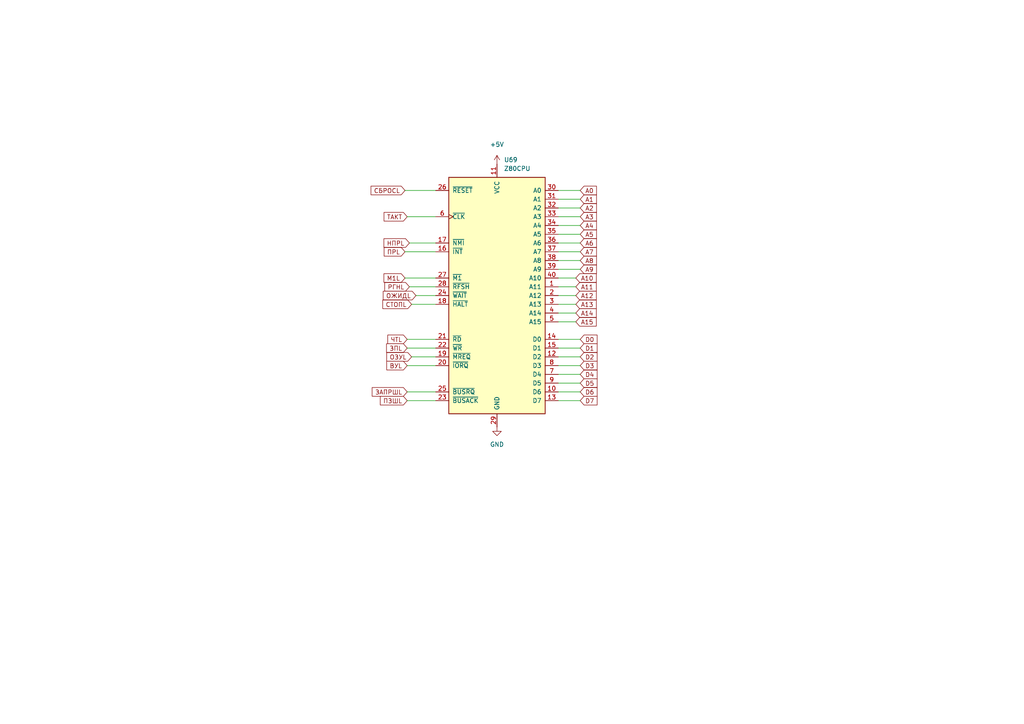
<source format=kicad_sch>
(kicad_sch (version 20230121) (generator eeschema)
  (paper "A4")
  (title_block (title "Центральный процессор") (comment 2 "Евстафьев"))
  (lib_symbols
    (symbol "Delta_s_m_Lib:Z80CPU" (pin_names (offset 1.016))
      (property "Reference" "U" (at -13.97 35.56 0))
      (property "Value" "Z80CPU" (at 6.35 35.56 0))
      (symbol "Z80CPU_0_1"
        (rectangle (start -13.97 34.29) (end 13.97 -34.29) (stroke (width 0.254)) (fill (type background)))
      )
      (symbol "Z80CPU_1_1"
        (pin output line (at 17.78 2.54 180) (length 3.81) (name "A11") (number "1"))
        (pin bidirectional line (at 17.78 -27.94 180) (length 3.81) (name "D6") (number "10"))
        (pin power_in line (at 0 38.1 270) (length 3.81) (name "VCC") (number "11"))
        (pin bidirectional line (at 17.78 -17.78 180) (length 3.81) (name "D2") (number "12"))
        (pin bidirectional line (at 17.78 -30.48 180) (length 3.81) (name "D7") (number "13"))
        (pin bidirectional line (at 17.78 -12.7 180) (length 3.81) (name "D0") (number "14"))
        (pin bidirectional line (at 17.78 -15.24 180) (length 3.81) (name "D1") (number "15"))
        (pin input line (at -17.78 12.7 0) (length 3.81) (name "~{INT}") (number "16"))
        (pin input line (at -17.78 15.24 0) (length 3.81) (name "~{NMI}") (number "17"))
        (pin output line (at -17.78 -2.54 0) (length 3.81) (name "~{HALT}") (number "18"))
        (pin output line (at -17.78 -17.78 0) (length 3.81) (name "~{MREQ}") (number "19"))
        (pin output line (at 17.78 0 180) (length 3.81) (name "A12") (number "2"))
        (pin output line (at -17.78 -20.32 0) (length 3.81) (name "~{IORQ}") (number "20"))
        (pin output line (at -17.78 -12.7 0) (length 3.81) (name "~{RD}") (number "21"))
        (pin output line (at -17.78 -15.24 0) (length 3.81) (name "~{WR}") (number "22"))
        (pin output line (at -17.78 -30.48 0) (length 3.81) (name "~{BUSACK}") (number "23"))
        (pin input line (at -17.78 0 0) (length 3.81) (name "~{WAIT}") (number "24"))
        (pin input line (at -17.78 -27.94 0) (length 3.81) (name "~{BUSRQ}") (number "25"))
        (pin input line (at -17.78 30.48 0) (length 3.81) (name "~{RESET}") (number "26"))
        (pin output line (at -17.78 5.08 0) (length 3.81) (name "~{M1}") (number "27"))
        (pin output line (at -17.78 2.54 0) (length 3.81) (name "~{RFSH}") (number "28"))
        (pin power_in line (at 0 -38.1 90) (length 3.81) (name "GND") (number "29"))
        (pin output line (at 17.78 -2.54 180) (length 3.81) (name "A13") (number "3"))
        (pin output line (at 17.78 30.48 180) (length 3.81) (name "A0") (number "30"))
        (pin output line (at 17.78 27.94 180) (length 3.81) (name "A1") (number "31"))
        (pin output line (at 17.78 25.4 180) (length 3.81) (name "A2") (number "32"))
        (pin output line (at 17.78 22.86 180) (length 3.81) (name "A3") (number "33"))
        (pin output line (at 17.78 20.32 180) (length 3.81) (name "A4") (number "34"))
        (pin output line (at 17.78 17.78 180) (length 3.81) (name "A5") (number "35"))
        (pin output line (at 17.78 15.24 180) (length 3.81) (name "A6") (number "36"))
        (pin output line (at 17.78 12.7 180) (length 3.81) (name "A7") (number "37"))
        (pin output line (at 17.78 10.16 180) (length 3.81) (name "A8") (number "38"))
        (pin output line (at 17.78 7.62 180) (length 3.81) (name "A9") (number "39"))
        (pin output line (at 17.78 -5.08 180) (length 3.81) (name "A14") (number "4"))
        (pin output line (at 17.78 5.08 180) (length 3.81) (name "A10") (number "40"))
        (pin output line (at 17.78 -7.62 180) (length 3.81) (name "A15") (number "5"))
        (pin input clock (at -17.78 22.86 0) (length 3.81) (name "~{CLK}") (number "6"))
        (pin bidirectional line (at 17.78 -22.86 180) (length 3.81) (name "D4") (number "7"))
        (pin bidirectional line (at 17.78 -20.32 180) (length 3.81) (name "D3") (number "8"))
        (pin bidirectional line (at 17.78 -25.4 180) (length 3.81) (name "D5") (number "9"))
      )
    )
    (symbol "power:+5V" (power) (pin_names (offset 0))
      (property "Value" "+5V" (at 0 3.556 0))
      (symbol "+5V_0_1"
        (polyline (pts (xy -0.762 1.27) (xy 0 2.54)))
        (polyline (pts (xy 0 0) (xy 0 2.54)))
        (polyline (pts (xy 0 2.54) (xy 0.762 1.27)))
      )
      (symbol "+5V_1_1"
        (pin power_in line (at 0 0 90) (length 0) hide (name "+5V") (number "1"))
      )
    )
    (symbol "power:GND" (power) (pin_names (offset 0))
      (property "Value" "GND" (at 0 -3.81 0))
      (symbol "GND_0_1"
        (polyline (pts (xy 0 0) (xy 0 -1.27) (xy 1.27 -1.27) (xy 0 -2.54) (xy -1.27 -1.27) (xy 0 -1.27)))
      )
      (symbol "GND_1_1"
        (pin power_in line (at 0 0 270) (length 0) hide (name "GND") (number "1"))
      )
    )
  )
  (wire (pts (xy 161.925 78.105) (xy 168.275 78.105)))
  (wire (pts (xy 168.275 111.125) (xy 161.925 111.125)))
  (wire (pts (xy 161.925 65.405) (xy 168.275 65.405)))
  (wire (pts (xy 120.65 85.725) (xy 126.365 85.725)))
  (wire (pts (xy 168.275 113.665) (xy 161.925 113.665)))
  (wire (pts (xy 119.38 103.505) (xy 126.365 103.505)))
  (wire (pts (xy 161.925 62.865) (xy 168.275 62.865)))
  (wire (pts (xy 168.275 106.045) (xy 161.925 106.045)))
  (wire (pts (xy 161.925 60.325) (xy 168.275 60.325)))
  (wire (pts (xy 168.275 98.425) (xy 161.925 98.425)))
  (wire (pts (xy 118.11 98.425) (xy 126.365 98.425)))
  (wire (pts (xy 117.475 80.645) (xy 126.365 80.645)))
  (wire (pts (xy 161.925 70.485) (xy 168.275 70.485)))
  (wire (pts (xy 118.11 116.205) (xy 126.365 116.205)))
  (wire (pts (xy 118.11 100.965) (xy 126.365 100.965)))
  (wire (pts (xy 118.11 106.045) (xy 126.365 106.045)))
  (wire (pts (xy 168.275 116.205) (xy 161.925 116.205)))
  (wire (pts (xy 118.745 83.185) (xy 126.365 83.185)))
  (wire (pts (xy 118.745 70.485) (xy 126.365 70.485)))
  (wire (pts (xy 167.005 88.265) (xy 161.925 88.265)))
  (wire (pts (xy 117.475 55.245) (xy 126.365 55.245)))
  (wire (pts (xy 118.11 113.665) (xy 126.365 113.665)))
  (wire (pts (xy 161.925 75.565) (xy 168.275 75.565)))
  (wire (pts (xy 119.38 88.265) (xy 126.365 88.265)))
  (wire (pts (xy 117.475 73.025) (xy 126.365 73.025)))
  (wire (pts (xy 167.005 83.185) (xy 161.925 83.185)))
  (wire (pts (xy 161.925 67.945) (xy 168.275 67.945)))
  (wire (pts (xy 168.275 103.505) (xy 161.925 103.505)))
  (wire (pts (xy 161.925 73.025) (xy 168.275 73.025)))
  (wire (pts (xy 168.275 100.965) (xy 161.925 100.965)))
  (wire (pts (xy 167.005 85.725) (xy 161.925 85.725)))
  (wire (pts (xy 161.925 55.245) (xy 168.275 55.245)))
  (wire (pts (xy 167.005 93.345) (xy 161.925 93.345)))
  (wire (pts (xy 167.005 90.805) (xy 161.925 90.805)))
  (wire (pts (xy 118.11 62.865) (xy 126.365 62.865)))
  (wire (pts (xy 161.925 57.785) (xy 168.275 57.785)))
  (wire (pts (xy 167.005 80.645) (xy 161.925 80.645)))
  (wire (pts (xy 168.275 108.585) (xy 161.925 108.585)))
  (global_label "A5" (shape input) (at 168.275 67.945 0) (property "Intersheetrefs" "${INTERSHEET_REFS}" (effects hide)))
  (global_label "A15" (shape input) (at 167.005 93.345 0) (property "Intersheetrefs" "${INTERSHEET_REFS}" (effects hide)))
  (global_label "A7" (shape input) (at 168.275 73.025 0) (property "Intersheetrefs" "${INTERSHEET_REFS}" (effects hide)))
  (global_label "A4" (shape input) (at 168.275 65.405 0) (property "Intersheetrefs" "${INTERSHEET_REFS}" (effects hide)))
  (global_label "A14" (shape input) (at 167.005 90.805 0) (property "Intersheetrefs" "${INTERSHEET_REFS}" (effects hide)))
  (global_label "ПЗШL" (shape input) (at 118.11 116.205 180) (property "Intersheetrefs" "${INTERSHEET_REFS}" (effects hide)))
  (global_label "M1L" (shape input) (at 117.475 80.645 180) (property "Intersheetrefs" "${INTERSHEET_REFS}" (effects hide)))
  (global_label "ЧТL" (shape input) (at 118.11 98.425 180) (property "Intersheetrefs" "${INTERSHEET_REFS}" (effects hide)))
  (global_label "A10" (shape input) (at 167.005 80.645 0) (property "Intersheetrefs" "${INTERSHEET_REFS}" (effects hide)))
  (global_label "НПРL" (shape input) (at 118.745 70.485 180) (property "Intersheetrefs" "${INTERSHEET_REFS}" (effects hide)))
  (global_label "СБРОСL" (shape input) (at 117.475 55.245 180) (property "Intersheetrefs" "${INTERSHEET_REFS}" (effects hide)))
  (global_label "A3" (shape input) (at 168.275 62.865 0) (property "Intersheetrefs" "${INTERSHEET_REFS}" (effects hide)))
  (global_label "A13" (shape input) (at 167.005 88.265 0) (property "Intersheetrefs" "${INTERSHEET_REFS}" (effects hide)))
  (global_label "A0" (shape input) (at 168.275 55.245 0) (property "Intersheetrefs" "${INTERSHEET_REFS}" (effects hide)))
  (global_label "A2" (shape input) (at 168.275 60.325 0) (property "Intersheetrefs" "${INTERSHEET_REFS}" (effects hide)))
  (global_label "ВУL" (shape input) (at 118.11 106.045 180) (property "Intersheetrefs" "${INTERSHEET_REFS}" (effects hide)))
  (global_label "D1" (shape input) (at 168.275 100.965 0) (property "Intersheetrefs" "${INTERSHEET_REFS}" (effects hide)))
  (global_label "D7" (shape input) (at 168.275 116.205 0) (property "Intersheetrefs" "${INTERSHEET_REFS}" (effects hide)))
  (global_label "ЗПL" (shape input) (at 118.11 100.965 180) (property "Intersheetrefs" "${INTERSHEET_REFS}" (effects hide)))
  (global_label "D4" (shape input) (at 168.275 108.585 0) (property "Intersheetrefs" "${INTERSHEET_REFS}" (effects hide)))
  (global_label "A1" (shape input) (at 168.275 57.785 0) (property "Intersheetrefs" "${INTERSHEET_REFS}" (effects hide)))
  (global_label "D2" (shape input) (at 168.275 103.505 0) (property "Intersheetrefs" "${INTERSHEET_REFS}" (effects hide)))
  (global_label "D3" (shape input) (at 168.275 106.045 0) (property "Intersheetrefs" "${INTERSHEET_REFS}" (effects hide)))
  (global_label "A12" (shape input) (at 167.005 85.725 0) (property "Intersheetrefs" "${INTERSHEET_REFS}" (effects hide)))
  (global_label "A11" (shape input) (at 167.005 83.185 0) (property "Intersheetrefs" "${INTERSHEET_REFS}" (effects hide)))
  (global_label "РГНL" (shape input) (at 118.745 83.185 180) (property "Intersheetrefs" "${INTERSHEET_REFS}" (effects hide)))
  (global_label "A9" (shape input) (at 168.275 78.105 0) (property "Intersheetrefs" "${INTERSHEET_REFS}" (effects hide)))
  (global_label "D0" (shape input) (at 168.275 98.425 0) (property "Intersheetrefs" "${INTERSHEET_REFS}" (effects hide)))
  (global_label "ОЖИДL" (shape input) (at 120.65 85.725 180) (property "Intersheetrefs" "${INTERSHEET_REFS}" (effects hide)))
  (global_label "СТОПL" (shape input) (at 119.38 88.265 180) (property "Intersheetrefs" "${INTERSHEET_REFS}" (effects hide)))
  (global_label "A8" (shape input) (at 168.275 75.565 0) (property "Intersheetrefs" "${INTERSHEET_REFS}" (effects hide)))
  (global_label "D6" (shape input) (at 168.275 113.665 0) (property "Intersheetrefs" "${INTERSHEET_REFS}" (effects hide)))
  (global_label "ПРL" (shape input) (at 117.475 73.025 180) (property "Intersheetrefs" "${INTERSHEET_REFS}" (effects hide)))
  (global_label "D5" (shape input) (at 168.275 111.125 0) (property "Intersheetrefs" "${INTERSHEET_REFS}" (effects hide)))
  (global_label "A6" (shape input) (at 168.275 70.485 0) (property "Intersheetrefs" "${INTERSHEET_REFS}" (effects hide)))
  (global_label "ТАКТ" (shape input) (at 118.11 62.865 180) (property "Intersheetrefs" "${INTERSHEET_REFS}" (effects hide)))
  (global_label "ЗАПРШL" (shape input) (at 118.11 113.665 180) (property "Intersheetrefs" "${INTERSHEET_REFS}" (effects hide)))
  (global_label "ОЗУL" (shape input) (at 119.38 103.505 180) (property "Intersheetrefs" "${INTERSHEET_REFS}" (effects hide)))
  (symbol (lib_id "power:+5V") (at 144.145 47.625 0) (unit 1)
    (property "Reference" "#PWR0105" (effects hide))
    (property "Value" "+5V" (at 144.145 41.91 0))
  )
  (symbol (lib_id "Delta_s_m_Lib:Z80CPU") (at 144.145 85.725 0) (unit 1)
    (property "Reference" "U69" (at 146.1644 46.355 0) (effects (justify left)))
    (property "Value" "Z80CPU" (at 146.1644 48.895 0) (effects (justify left)))
    (property "Footprint" "Delta_sm_lib:DIP-40_W15.24mm_Socket" (effects hide))
    (property "Datasheet" "www.zilog.com/manage_directlink.php?filepath=docs/z80/um0080" (effects hide))
  )
  (symbol (lib_id "power:GND") (at 144.145 123.825 0) (unit 1)
    (property "Reference" "#PWR0111" (effects hide))
    (property "Value" "GND" (at 144.145 128.905 0))
  )
)
</source>
